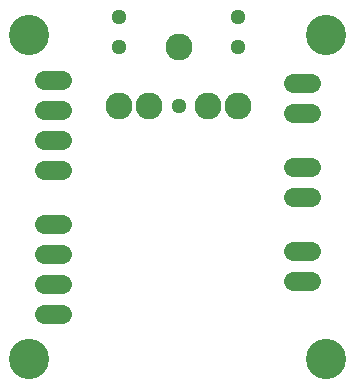
<source format=gbs>
G75*
G70*
%OFA0B0*%
%FSLAX24Y24*%
%IPPOS*%
%LPD*%
%AMOC8*
5,1,8,0,0,1.08239X$1,22.5*
%
%ADD10C,0.0640*%
%ADD11C,0.1340*%
%ADD12C,0.0900*%
%ADD13C,0.0512*%
D10*
X001811Y002753D02*
X002411Y002753D01*
X002411Y003753D02*
X001811Y003753D01*
X001811Y004753D02*
X002411Y004753D01*
X002411Y005753D02*
X001811Y005753D01*
X001811Y007553D02*
X002411Y007553D01*
X002411Y008553D02*
X001811Y008553D01*
X001811Y009553D02*
X002411Y009553D01*
X002411Y010553D02*
X001811Y010553D01*
X010111Y010453D02*
X010711Y010453D01*
X010711Y009453D02*
X010111Y009453D01*
X010111Y007653D02*
X010711Y007653D01*
X010711Y006653D02*
X010111Y006653D01*
X010111Y004853D02*
X010711Y004853D01*
X010711Y003853D02*
X010111Y003853D01*
D11*
X001311Y001253D03*
X011211Y001253D03*
X011211Y012053D03*
X001311Y012053D03*
D12*
X004342Y009685D03*
X005326Y009685D03*
X007295Y009685D03*
X008279Y009685D03*
X006311Y011653D03*
D13*
X008279Y011653D03*
X008279Y012638D03*
X006311Y009685D03*
X004342Y011653D03*
X004342Y012638D03*
M02*

</source>
